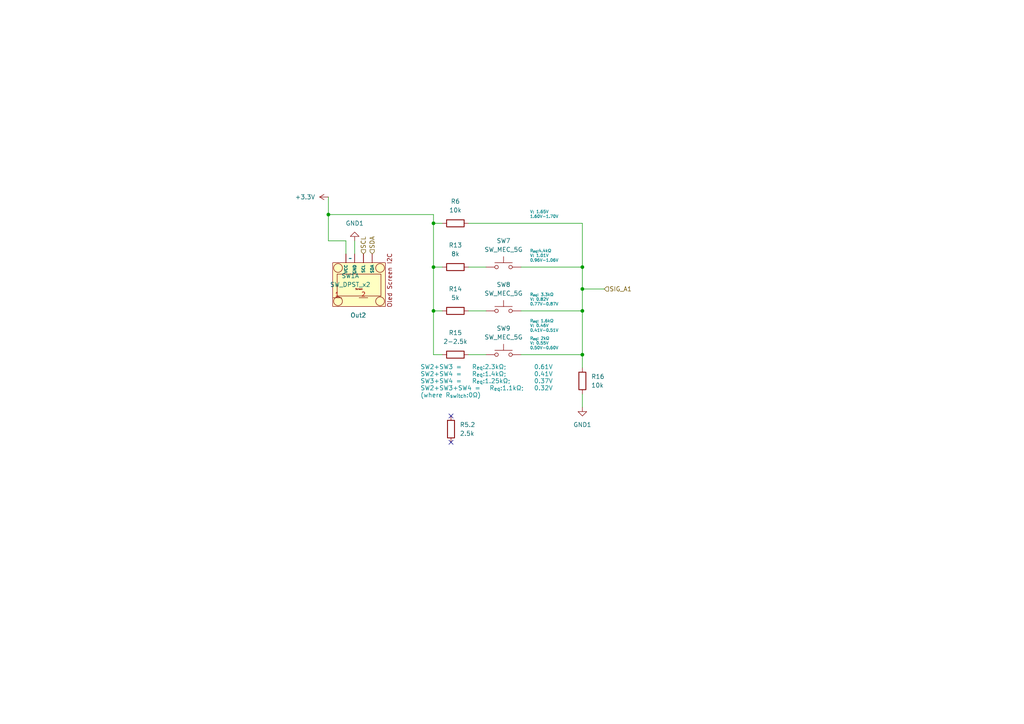
<source format=kicad_sch>
(kicad_sch (version 20230121) (generator eeschema)

  (uuid 161ae930-7fdc-4574-a0bb-9f54fea33c54)

  (paper "A4")

  (lib_symbols
    (symbol "Device:R" (pin_numbers hide) (pin_names (offset 0)) (in_bom yes) (on_board yes)
      (property "Reference" "R" (at 2.032 0 90)
        (effects (font (size 1.27 1.27)))
      )
      (property "Value" "R" (at 0 0 90)
        (effects (font (size 1.27 1.27)))
      )
      (property "Footprint" "" (at -1.778 0 90)
        (effects (font (size 1.27 1.27)) hide)
      )
      (property "Datasheet" "~" (at 0 0 0)
        (effects (font (size 1.27 1.27)) hide)
      )
      (property "ki_keywords" "R res resistor" (at 0 0 0)
        (effects (font (size 1.27 1.27)) hide)
      )
      (property "ki_description" "Resistor" (at 0 0 0)
        (effects (font (size 1.27 1.27)) hide)
      )
      (property "ki_fp_filters" "R_*" (at 0 0 0)
        (effects (font (size 1.27 1.27)) hide)
      )
      (symbol "R_0_1"
        (rectangle (start -1.016 -2.54) (end 1.016 2.54)
          (stroke (width 0.254) (type default))
          (fill (type none))
        )
      )
      (symbol "R_1_1"
        (pin passive line (at 0 3.81 270) (length 1.27)
          (name "~" (effects (font (size 1.27 1.27))))
          (number "1" (effects (font (size 1.27 1.27))))
        )
        (pin passive line (at 0 -3.81 90) (length 1.27)
          (name "~" (effects (font (size 1.27 1.27))))
          (number "2" (effects (font (size 1.27 1.27))))
        )
      )
    )
    (symbol "Objects:Oled_Screen_I2C" (in_bom yes) (on_board yes)
      (property "Reference" "Out" (at 0 13.97 0)
        (effects (font (size 1.27 1.27)))
      )
      (property "Value" "" (at -2.54 6.35 0)
        (effects (font (size 1.27 1.27)))
      )
      (property "Footprint" "" (at -2.54 6.35 0)
        (effects (font (size 1.27 1.27)) hide)
      )
      (property "Datasheet" "" (at -2.54 6.35 0)
        (effects (font (size 1.27 1.27)) hide)
      )
      (symbol "Oled_Screen_I2C_1_1"
        (rectangle (start -7.62 5.08) (end 7.62 -7.62)
          (stroke (width 0) (type default))
          (fill (type background))
        )
        (rectangle (start -6.35 1.778) (end 6.35 -4.572)
          (stroke (width 0) (type default))
          (fill (type none))
        )
        (circle (center -6.096 -6.096) (radius 1.27)
          (stroke (width 0) (type default))
          (fill (type none))
        )
        (circle (center -6.096 3.556) (radius 1.27)
          (stroke (width 0) (type default))
          (fill (type none))
        )
        (circle (center 6.096 -6.096) (radius 1.27)
          (stroke (width 0) (type default))
          (fill (type none))
        )
        (circle (center 6.096 3.556) (radius 1.27)
          (stroke (width 0) (type default))
          (fill (type none))
        )
        (text "Oled Screen I2C" (at 8.89 0 900)
          (effects (font (size 1.27 1.27)))
        )
        (text "Screen" (at 0 -2.54 0)
          (effects (font (size 0.4233 0.4233)))
        )
        (pin passive line (at -1.27 7.62 270) (length 2.54)
          (name "GND" (effects (font (size 0.8467 0.8467))))
          (number "" (effects (font (size 0.8467 0.8467))))
        )
        (pin bidirectional line (at 1.27 7.62 270) (length 2.54)
          (name "SCL" (effects (font (size 0.8467 0.8467))))
          (number "" (effects (font (size 0.8467 0.8467))))
        )
        (pin bidirectional line (at 3.81 7.62 270) (length 2.54)
          (name "SDA" (effects (font (size 0.8467 0.8467))))
          (number "" (effects (font (size 0.8467 0.8467))))
        )
        (pin passive line (at -3.81 7.62 270) (length 2.54)
          (name "VCC" (effects (font (size 0.8467 0.8467))))
          (number "" (effects (font (size 0.8467 0.8467))))
        )
      )
    )
    (symbol "Switch:SW_DPST_x2" (pin_names (offset 0) hide) (in_bom yes) (on_board yes)
      (property "Reference" "SW" (at 0 3.175 0)
        (effects (font (size 1.27 1.27)))
      )
      (property "Value" "SW_DPST_x2" (at 0 -2.54 0)
        (effects (font (size 1.27 1.27)))
      )
      (property "Footprint" "" (at 0 0 0)
        (effects (font (size 1.27 1.27)) hide)
      )
      (property "Datasheet" "~" (at 0 0 0)
        (effects (font (size 1.27 1.27)) hide)
      )
      (property "ki_keywords" "switch lever" (at 0 0 0)
        (effects (font (size 1.27 1.27)) hide)
      )
      (property "ki_description" "Single Pole Single Throw (SPST) switch, separate symbol" (at 0 0 0)
        (effects (font (size 1.27 1.27)) hide)
      )
      (symbol "SW_DPST_x2_0_0"
        (circle (center -2.032 0) (radius 0.508)
          (stroke (width 0) (type default))
          (fill (type none))
        )
        (polyline
          (pts
            (xy -1.524 0.254)
            (xy 1.524 1.778)
          )
          (stroke (width 0) (type default))
          (fill (type none))
        )
        (circle (center 2.032 0) (radius 0.508)
          (stroke (width 0) (type default))
          (fill (type none))
        )
      )
      (symbol "SW_DPST_x2_1_1"
        (pin passive line (at -5.08 0 0) (length 2.54)
          (name "A" (effects (font (size 1.27 1.27))))
          (number "1" (effects (font (size 1.27 1.27))))
        )
        (pin passive line (at 5.08 0 180) (length 2.54)
          (name "B" (effects (font (size 1.27 1.27))))
          (number "2" (effects (font (size 1.27 1.27))))
        )
      )
      (symbol "SW_DPST_x2_2_1"
        (pin passive line (at -5.08 0 0) (length 2.54)
          (name "A" (effects (font (size 1.27 1.27))))
          (number "3" (effects (font (size 1.27 1.27))))
        )
        (pin passive line (at 5.08 0 180) (length 2.54)
          (name "B" (effects (font (size 1.27 1.27))))
          (number "4" (effects (font (size 1.27 1.27))))
        )
      )
    )
    (symbol "Switch:SW_MEC_5G" (pin_numbers hide) (pin_names (offset 1.016) hide) (in_bom yes) (on_board yes)
      (property "Reference" "SW" (at 1.27 2.54 0)
        (effects (font (size 1.27 1.27)) (justify left))
      )
      (property "Value" "SW_MEC_5G" (at 0 -1.524 0)
        (effects (font (size 1.27 1.27)))
      )
      (property "Footprint" "" (at 0 5.08 0)
        (effects (font (size 1.27 1.27)) hide)
      )
      (property "Datasheet" "http://www.apem.com/int/index.php?controller=attachment&id_attachment=488" (at 0 5.08 0)
        (effects (font (size 1.27 1.27)) hide)
      )
      (property "ki_keywords" "switch normally-open pushbutton push-button" (at 0 0 0)
        (effects (font (size 1.27 1.27)) hide)
      )
      (property "ki_description" "MEC 5G single pole normally-open tactile switch" (at 0 0 0)
        (effects (font (size 1.27 1.27)) hide)
      )
      (property "ki_fp_filters" "SW*MEC*5G*" (at 0 0 0)
        (effects (font (size 1.27 1.27)) hide)
      )
      (symbol "SW_MEC_5G_0_1"
        (circle (center -2.032 0) (radius 0.508)
          (stroke (width 0) (type default))
          (fill (type none))
        )
        (polyline
          (pts
            (xy 0 1.27)
            (xy 0 3.048)
          )
          (stroke (width 0) (type default))
          (fill (type none))
        )
        (polyline
          (pts
            (xy 2.54 1.27)
            (xy -2.54 1.27)
          )
          (stroke (width 0) (type default))
          (fill (type none))
        )
        (circle (center 2.032 0) (radius 0.508)
          (stroke (width 0) (type default))
          (fill (type none))
        )
        (pin passive line (at -5.08 0 0) (length 2.54)
          (name "A" (effects (font (size 1.27 1.27))))
          (number "1" (effects (font (size 1.27 1.27))))
        )
        (pin passive line (at 5.08 0 180) (length 2.54)
          (name "B" (effects (font (size 1.27 1.27))))
          (number "3" (effects (font (size 1.27 1.27))))
        )
      )
      (symbol "SW_MEC_5G_1_1"
        (pin passive line (at -5.08 0 0) (length 2.54) hide
          (name "A" (effects (font (size 1.27 1.27))))
          (number "2" (effects (font (size 1.27 1.27))))
        )
        (pin passive line (at 5.08 0 180) (length 2.54) hide
          (name "B" (effects (font (size 1.27 1.27))))
          (number "4" (effects (font (size 1.27 1.27))))
        )
      )
    )
    (symbol "power:+3.3V" (power) (pin_names (offset 0)) (in_bom yes) (on_board yes)
      (property "Reference" "#PWR" (at 0 -3.81 0)
        (effects (font (size 1.27 1.27)) hide)
      )
      (property "Value" "+3.3V" (at 0 3.556 0)
        (effects (font (size 1.27 1.27)))
      )
      (property "Footprint" "" (at 0 0 0)
        (effects (font (size 1.27 1.27)) hide)
      )
      (property "Datasheet" "" (at 0 0 0)
        (effects (font (size 1.27 1.27)) hide)
      )
      (property "ki_keywords" "global power" (at 0 0 0)
        (effects (font (size 1.27 1.27)) hide)
      )
      (property "ki_description" "Power symbol creates a global label with name \"+3.3V\"" (at 0 0 0)
        (effects (font (size 1.27 1.27)) hide)
      )
      (symbol "+3.3V_0_1"
        (polyline
          (pts
            (xy -0.762 1.27)
            (xy 0 2.54)
          )
          (stroke (width 0) (type default))
          (fill (type none))
        )
        (polyline
          (pts
            (xy 0 0)
            (xy 0 2.54)
          )
          (stroke (width 0) (type default))
          (fill (type none))
        )
        (polyline
          (pts
            (xy 0 2.54)
            (xy 0.762 1.27)
          )
          (stroke (width 0) (type default))
          (fill (type none))
        )
      )
      (symbol "+3.3V_1_1"
        (pin power_in line (at 0 0 90) (length 0) hide
          (name "+3.3V" (effects (font (size 1.27 1.27))))
          (number "1" (effects (font (size 1.27 1.27))))
        )
      )
    )
    (symbol "power:GND1" (power) (pin_names (offset 0)) (in_bom yes) (on_board yes)
      (property "Reference" "#PWR" (at 0 -6.35 0)
        (effects (font (size 1.27 1.27)) hide)
      )
      (property "Value" "GND1" (at 0 -3.81 0)
        (effects (font (size 1.27 1.27)))
      )
      (property "Footprint" "" (at 0 0 0)
        (effects (font (size 1.27 1.27)) hide)
      )
      (property "Datasheet" "" (at 0 0 0)
        (effects (font (size 1.27 1.27)) hide)
      )
      (property "ki_keywords" "global power" (at 0 0 0)
        (effects (font (size 1.27 1.27)) hide)
      )
      (property "ki_description" "Power symbol creates a global label with name \"GND1\" , ground" (at 0 0 0)
        (effects (font (size 1.27 1.27)) hide)
      )
      (symbol "GND1_0_1"
        (polyline
          (pts
            (xy 0 0)
            (xy 0 -1.27)
            (xy 1.27 -1.27)
            (xy 0 -2.54)
            (xy -1.27 -1.27)
            (xy 0 -1.27)
          )
          (stroke (width 0) (type default))
          (fill (type none))
        )
      )
      (symbol "GND1_1_1"
        (pin power_in line (at 0 0 270) (length 0) hide
          (name "GND1" (effects (font (size 1.27 1.27))))
          (number "1" (effects (font (size 1.27 1.27))))
        )
      )
    )
  )

  (junction (at 125.73 77.47) (diameter 0) (color 0 0 0 0)
    (uuid 58665459-0068-4e7f-9789-5abec2c28888)
  )
  (junction (at 125.73 90.17) (diameter 0) (color 0 0 0 0)
    (uuid 5875e619-ab70-444c-aaa3-d3a5d01dfb0a)
  )
  (junction (at 168.91 90.17) (diameter 0) (color 0 0 0 0)
    (uuid 6f8d3e6f-dac6-4ab3-9394-f414a472f6c0)
  )
  (junction (at 168.91 77.47) (diameter 0) (color 0 0 0 0)
    (uuid 97227a06-83a4-47f3-9fae-01cb17ae594a)
  )
  (junction (at 95.25 62.23) (diameter 0) (color 0 0 0 0)
    (uuid 9d057f04-35bc-4794-9970-1565da82ffc2)
  )
  (junction (at 168.91 83.82) (diameter 0) (color 0 0 0 0)
    (uuid c78184ad-f72c-4870-8d9e-5658405cc396)
  )
  (junction (at 125.73 64.77) (diameter 0) (color 0 0 0 0)
    (uuid cddefe99-c378-46f3-9e0c-095484a3a995)
  )
  (junction (at 168.91 102.87) (diameter 0) (color 0 0 0 0)
    (uuid e6da0eeb-a010-4fbf-a51a-ec273fb6c8c8)
  )

  (no_connect (at 130.81 128.27) (uuid a47a3963-7eef-4275-b670-e8c1035398b8))
  (no_connect (at 130.81 120.65) (uuid b8e26468-4bb2-4ef9-8f3f-b70edb2a7f64))

  (wire (pts (xy 151.13 90.17) (xy 168.91 90.17))
    (stroke (width 0) (type default))
    (uuid 15c21b92-3138-445e-8944-5457c1aa474a)
  )
  (wire (pts (xy 125.73 90.17) (xy 128.27 90.17))
    (stroke (width 0) (type default))
    (uuid 2c88c818-c828-4b25-9062-24f5ac0ac7b5)
  )
  (wire (pts (xy 102.87 69.85) (xy 102.87 73.66))
    (stroke (width 0) (type default))
    (uuid 33ea9733-ffb5-420a-aada-26ac6908f84c)
  )
  (wire (pts (xy 95.25 62.23) (xy 95.25 69.85))
    (stroke (width 0) (type default))
    (uuid 3addf986-b303-4ce7-a3b0-117c2e4608f8)
  )
  (wire (pts (xy 128.27 64.77) (xy 125.73 64.77))
    (stroke (width 0) (type default))
    (uuid 4ffe3b5d-6aa4-4287-af01-b3e8ce9a3339)
  )
  (wire (pts (xy 125.73 62.23) (xy 125.73 64.77))
    (stroke (width 0) (type default))
    (uuid 5047634e-17e7-4386-b30d-2a480720d3a1)
  )
  (wire (pts (xy 125.73 102.87) (xy 128.27 102.87))
    (stroke (width 0) (type default))
    (uuid 58545383-c8dc-4dd1-bc28-27d4feab8d2f)
  )
  (wire (pts (xy 95.25 69.85) (xy 100.33 69.85))
    (stroke (width 0) (type default))
    (uuid 5c54ead6-dff5-4246-a52c-d84365489ed7)
  )
  (wire (pts (xy 125.73 90.17) (xy 125.73 102.87))
    (stroke (width 0) (type default))
    (uuid 5d157db5-3ec3-439a-85c9-dae96750870c)
  )
  (wire (pts (xy 100.33 69.85) (xy 100.33 73.66))
    (stroke (width 0) (type default))
    (uuid 7247d483-0ede-4c42-945e-aecf61c32264)
  )
  (wire (pts (xy 125.73 77.47) (xy 125.73 90.17))
    (stroke (width 0) (type default))
    (uuid 7282f028-c84c-4a9d-8df3-82196c09c4cc)
  )
  (wire (pts (xy 151.13 102.87) (xy 168.91 102.87))
    (stroke (width 0) (type default))
    (uuid 844af3fe-a42c-4769-a4c0-68919e43b444)
  )
  (wire (pts (xy 168.91 90.17) (xy 168.91 102.87))
    (stroke (width 0) (type default))
    (uuid 8c1f1042-f98a-461b-9f2c-2b1ac39a5af2)
  )
  (wire (pts (xy 135.89 102.87) (xy 140.97 102.87))
    (stroke (width 0) (type default))
    (uuid 940a22b0-d263-48f0-b800-f7e22cdbd9c4)
  )
  (wire (pts (xy 95.25 62.23) (xy 125.73 62.23))
    (stroke (width 0) (type default))
    (uuid 976e1b26-4e67-4b40-8bc3-88d99492b543)
  )
  (wire (pts (xy 168.91 83.82) (xy 168.91 90.17))
    (stroke (width 0) (type default))
    (uuid 981bbf15-4478-46ab-8094-106e9962bd0a)
  )
  (wire (pts (xy 125.73 64.77) (xy 125.73 77.47))
    (stroke (width 0) (type default))
    (uuid 9ed5ad80-61cf-4fa2-85b4-f66e7b5dfabb)
  )
  (wire (pts (xy 135.89 90.17) (xy 140.97 90.17))
    (stroke (width 0) (type default))
    (uuid a92cbad3-4095-41bb-aef7-7a2920d01639)
  )
  (wire (pts (xy 125.73 77.47) (xy 128.27 77.47))
    (stroke (width 0) (type default))
    (uuid ae4ab15a-87b2-46b2-9348-a9f641aecbc7)
  )
  (wire (pts (xy 168.91 114.3) (xy 168.91 118.11))
    (stroke (width 0) (type default))
    (uuid b0b61d40-a6ce-469d-a706-eaf0286bb76b)
  )
  (wire (pts (xy 135.89 77.47) (xy 140.97 77.47))
    (stroke (width 0) (type default))
    (uuid b2d34764-5ea1-4bf0-8a88-ac2124a71936)
  )
  (wire (pts (xy 168.91 102.87) (xy 168.91 106.68))
    (stroke (width 0) (type default))
    (uuid ca9efc1b-6bf5-4742-9e46-6eb181c6e202)
  )
  (wire (pts (xy 135.89 64.77) (xy 168.91 64.77))
    (stroke (width 0) (type default))
    (uuid d7cb5c9b-6039-4b84-bd53-02e1f8e67607)
  )
  (wire (pts (xy 168.91 83.82) (xy 175.26 83.82))
    (stroke (width 0) (type default))
    (uuid d994f550-8961-4172-ac04-0e9d740bf994)
  )
  (wire (pts (xy 95.25 57.15) (xy 95.25 62.23))
    (stroke (width 0) (type default))
    (uuid db805190-816c-4e93-b307-914662fca2ee)
  )
  (wire (pts (xy 151.13 77.47) (xy 168.91 77.47))
    (stroke (width 0) (type default))
    (uuid df5cfb71-2226-421c-92f3-37e20102bb1a)
  )
  (wire (pts (xy 168.91 77.47) (xy 168.91 83.82))
    (stroke (width 0) (type default))
    (uuid efd1b93c-e451-4aef-9e7a-fbdf3c18c00d)
  )
  (wire (pts (xy 168.91 64.77) (xy 168.91 77.47))
    (stroke (width 0) (type default))
    (uuid f925188a-8304-4516-955b-24d3934090b2)
  )

  (text "\nV: 1.65V\n1.60V-1.70V" (at 153.67 63.5 0)
    (effects (font (size 0.8467 0.8467) (color 0 132 132 1)) (justify left bottom))
    (uuid 514d7df5-179e-44d7-92ca-4b01ca83e8f2)
  )
  (text "R_{eq}:4.4kΩ\nV: 1.01V\n0.96V-1.06V" (at 153.67 76.2 0)
    (effects (font (size 0.8467 0.8467) (color 0 132 132 1)) (justify left bottom))
    (uuid 99217303-ec03-482d-aac4-ba9a5d921abe)
  )
  (text "R_{eq}: 3.3kΩ\nV: 0.82V\n0.77V-0.87V" (at 153.67 88.9 0)
    (effects (font (size 0.8467 0.8467) (color 0 132 132 1)) (justify left bottom))
    (uuid c75b39bd-4cc2-43ad-a300-4282d0ab580c)
  )
  (text "SW2+SW3 = 	R_{eq}:2.3kΩ;		0.61V\nSW2+SW4 = 	R_{eq}:1.4kΩ;		0.41V\nSW3+SW4 = 	R_{eq}:1.25kΩ;	0.37V\nSW2+SW3+SW4 = 	R_{eq}:1.1kΩ;	0.32V\n(where R_{switch}:0Ω)"
    (at 121.92 115.57 0)
    (effects (font (size 1.27 1.27) (color 0 132 132 1)) (justify left bottom))
    (uuid ccdb5f23-df21-4514-809c-1c2c10712dec)
  )
  (text "R_{eq}: 1.6kΩ\nV: 0.46V\n0.41V-0.51V" (at 153.67 96.52 0)
    (effects (font (size 0.8467 0.8467) (color 0 132 132 1)) (justify left bottom))
    (uuid e47e4f4b-5bbc-4309-9a47-363ef21ebe4e)
  )
  (text "R_{eq}: 2kΩ\nV: 0.55V\n0.50V-0.60V" (at 153.67 101.6 0)
    (effects (font (size 0.8467 0.8467) (color 0 132 132 1)) (justify left bottom))
    (uuid fee77087-f13c-40ff-911b-0df5e517b938)
  )

  (hierarchical_label "SCL" (shape input) (at 105.41 73.66 90) (fields_autoplaced)
    (effects (font (size 1.27 1.27)) (justify left))
    (uuid 5cf6b6d9-fe66-4ebe-a566-1a0b372c63ad)
  )
  (hierarchical_label "SDA" (shape input) (at 107.95 73.66 90) (fields_autoplaced)
    (effects (font (size 1.27 1.27)) (justify left))
    (uuid 6cecfc2d-b08a-4f89-be83-5bd3d0e41b0b)
  )
  (hierarchical_label "SIG_A1" (shape input) (at 175.26 83.82 0) (fields_autoplaced)
    (effects (font (size 1.27 1.27)) (justify left))
    (uuid 8dafc055-f5bd-4996-95ad-845ca0b8bad9)
  )

  (symbol (lib_id "Device:R") (at 132.08 90.17 90) (unit 1)
    (in_bom yes) (on_board yes) (dnp no) (fields_autoplaced)
    (uuid 42f4c6d3-b787-4ccf-b796-e82c5d3400ea)
    (property "Reference" "R14" (at 132.08 83.82 90)
      (effects (font (size 1.27 1.27)))
    )
    (property "Value" "5k" (at 132.08 86.36 90)
      (effects (font (size 1.27 1.27)))
    )
    (property "Footprint" "" (at 132.08 91.948 90)
      (effects (font (size 1.27 1.27)) hide)
    )
    (property "Datasheet" "~" (at 132.08 90.17 0)
      (effects (font (size 1.27 1.27)) hide)
    )
    (pin "2" (uuid 83e2d3d1-adfc-4ae6-87bd-d15058633dc5))
    (pin "1" (uuid 8ae4f39e-d7d9-43a1-a9c9-a0ade5c7d2e1))
    (instances
      (project "KaCat1-2 wiring"
        (path "/5d2fc9f9-e9c7-40c5-b3fa-7f2393597598/f3d32866-d698-4ead-ab24-baf1d12658a7"
          (reference "R14") (unit 1)
        )
      )
    )
  )

  (symbol (lib_id "power:GND1") (at 168.91 118.11 0) (unit 1)
    (in_bom yes) (on_board yes) (dnp no)
    (uuid 45552f0b-2ff8-4ad9-b6ac-4bf51a514b6b)
    (property "Reference" "#PWR020" (at 168.91 124.46 0)
      (effects (font (size 1.27 1.27)) hide)
    )
    (property "Value" "GND1" (at 168.91 123.19 0)
      (effects (font (size 1.27 1.27)))
    )
    (property "Footprint" "" (at 168.91 118.11 0)
      (effects (font (size 1.27 1.27)) hide)
    )
    (property "Datasheet" "" (at 168.91 118.11 0)
      (effects (font (size 1.27 1.27)) hide)
    )
    (pin "1" (uuid c3741014-daf5-4c70-81af-b7087bce82a4))
    (instances
      (project "KaCat1-2 wiring"
        (path "/5d2fc9f9-e9c7-40c5-b3fa-7f2393597598/f3d32866-d698-4ead-ab24-baf1d12658a7"
          (reference "#PWR020") (unit 1)
        )
      )
    )
  )

  (symbol (lib_id "Objects:Oled_Screen_I2C") (at 104.14 81.28 0) (unit 1)
    (in_bom yes) (on_board yes) (dnp no)
    (uuid 536a077d-6aa6-4c61-ab84-0e96ab3237fb)
    (property "Reference" "Out2" (at 101.6 91.44 0)
      (effects (font (size 1.27 1.27)) (justify left))
    )
    (property "Value" "~" (at 101.6 74.93 0)
      (effects (font (size 1.27 1.27)))
    )
    (property "Footprint" "" (at 101.6 74.93 0)
      (effects (font (size 1.27 1.27)) hide)
    )
    (property "Datasheet" "" (at 101.6 74.93 0)
      (effects (font (size 1.27 1.27)) hide)
    )
    (pin "" (uuid 94091596-ac18-446f-9fe2-9359bf9944aa))
    (pin "" (uuid 58fb02de-4e63-4f93-8e19-94ec3c0a6c6a))
    (pin "" (uuid 1d00a086-539d-46b5-9741-2cee5e54f2c8))
    (pin "" (uuid 3f503d0a-ede9-403a-abf5-5e594da92087))
    (instances
      (project "KaCat1-2 wiring"
        (path "/5d2fc9f9-e9c7-40c5-b3fa-7f2393597598/f3d32866-d698-4ead-ab24-baf1d12658a7"
          (reference "Out2") (unit 1)
        )
      )
    )
  )

  (symbol (lib_id "power:+3.3V") (at 95.25 57.15 90) (unit 1)
    (in_bom yes) (on_board yes) (dnp no) (fields_autoplaced)
    (uuid 61b288b3-b05e-4a1c-ba65-ef99fa9faba8)
    (property "Reference" "#PWR015" (at 99.06 57.15 0)
      (effects (font (size 1.27 1.27)) hide)
    )
    (property "Value" "+3.3V" (at 91.44 57.15 90)
      (effects (font (size 1.27 1.27)) (justify left))
    )
    (property "Footprint" "" (at 95.25 57.15 0)
      (effects (font (size 1.27 1.27)) hide)
    )
    (property "Datasheet" "" (at 95.25 57.15 0)
      (effects (font (size 1.27 1.27)) hide)
    )
    (pin "1" (uuid bd1ba14c-85cf-4c89-b945-c2a5a17d1c0f))
    (instances
      (project "KaCat1-2 wiring"
        (path "/5d2fc9f9-e9c7-40c5-b3fa-7f2393597598/f3d32866-d698-4ead-ab24-baf1d12658a7"
          (reference "#PWR015") (unit 1)
        )
      )
    )
  )

  (symbol (lib_id "Switch:SW_DPST_x2") (at 101.6 86.36 0) (unit 1)
    (in_bom yes) (on_board yes) (dnp no) (fields_autoplaced)
    (uuid 77ea3c18-0b0a-425e-9399-31ad20cf2a46)
    (property "Reference" "SW1" (at 101.6 80.01 0)
      (effects (font (size 1.27 1.27)))
    )
    (property "Value" "SW_DPST_x2" (at 101.6 82.55 0)
      (effects (font (size 1.27 1.27)))
    )
    (property "Footprint" "" (at 101.6 86.36 0)
      (effects (font (size 1.27 1.27)) hide)
    )
    (property "Datasheet" "~" (at 101.6 86.36 0)
      (effects (font (size 1.27 1.27)) hide)
    )
    (pin "4" (uuid dc7cb818-64ce-4069-a3a8-2fa4bd94afb8))
    (pin "1" (uuid 3d7f2e9c-076e-43a6-a8de-bb080054b964))
    (pin "3" (uuid 1ee42293-3b1b-46a7-8148-1c47ea8b68f6))
    (pin "2" (uuid 078cfef1-2f99-4931-9373-5126d1551971))
    (instances
      (project "KaCat1-2 wiring"
        (path "/5d2fc9f9-e9c7-40c5-b3fa-7f2393597598/f3d32866-d698-4ead-ab24-baf1d12658a7"
          (reference "SW1") (unit 1)
        )
      )
    )
  )

  (symbol (lib_id "Switch:SW_MEC_5G") (at 146.05 90.17 0) (unit 1)
    (in_bom yes) (on_board yes) (dnp no) (fields_autoplaced)
    (uuid 78a367de-3105-4d1f-9d28-fd4d1acefc21)
    (property "Reference" "SW8" (at 146.05 82.55 0)
      (effects (font (size 1.27 1.27)))
    )
    (property "Value" "SW_MEC_5G" (at 146.05 85.09 0)
      (effects (font (size 1.27 1.27)))
    )
    (property "Footprint" "" (at 146.05 85.09 0)
      (effects (font (size 1.27 1.27)) hide)
    )
    (property "Datasheet" "http://www.apem.com/int/index.php?controller=attachment&id_attachment=488" (at 146.05 85.09 0)
      (effects (font (size 1.27 1.27)) hide)
    )
    (pin "3" (uuid d4ba28df-60f5-44bc-99ab-44a24333d2b0))
    (pin "2" (uuid 458aaa26-914b-423f-9b3e-23749505c328))
    (pin "4" (uuid 8b3ee242-e020-4dd7-b5fe-51ce891276aa))
    (pin "1" (uuid 2cb2e828-5198-41da-b8e1-4545b5bf6294))
    (instances
      (project "KaCat1-2 wiring"
        (path "/5d2fc9f9-e9c7-40c5-b3fa-7f2393597598/f3d32866-d698-4ead-ab24-baf1d12658a7"
          (reference "SW8") (unit 1)
        )
      )
    )
  )

  (symbol (lib_id "Device:R") (at 132.08 102.87 90) (unit 1)
    (in_bom yes) (on_board yes) (dnp no) (fields_autoplaced)
    (uuid 994e6ead-cba3-47b7-9819-e5dcfc26f6b6)
    (property "Reference" "R15" (at 132.08 96.52 90)
      (effects (font (size 1.27 1.27)))
    )
    (property "Value" "2-2.5k" (at 132.08 99.06 90)
      (effects (font (size 1.27 1.27)))
    )
    (property "Footprint" "" (at 132.08 104.648 90)
      (effects (font (size 1.27 1.27)) hide)
    )
    (property "Datasheet" "~" (at 132.08 102.87 0)
      (effects (font (size 1.27 1.27)) hide)
    )
    (pin "2" (uuid a966004e-191c-45ee-81ba-6bd62fd48d06))
    (pin "1" (uuid aaade08a-6f6a-40fc-b46a-8554fb50b900))
    (instances
      (project "KaCat1-2 wiring"
        (path "/5d2fc9f9-e9c7-40c5-b3fa-7f2393597598/f3d32866-d698-4ead-ab24-baf1d12658a7"
          (reference "R15") (unit 1)
        )
      )
    )
  )

  (symbol (lib_id "Device:R") (at 130.81 124.46 0) (unit 1)
    (in_bom no) (on_board no) (dnp no) (fields_autoplaced)
    (uuid a02f851e-e446-4079-8406-336cd3ace237)
    (property "Reference" "R5.2" (at 133.35 123.19 0)
      (effects (font (size 1.27 1.27)) (justify left))
    )
    (property "Value" "2.5k" (at 133.35 125.73 0)
      (effects (font (size 1.27 1.27)) (justify left))
    )
    (property "Footprint" "" (at 129.032 124.46 90)
      (effects (font (size 1.27 1.27)) hide)
    )
    (property "Datasheet" "~" (at 130.81 124.46 0)
      (effects (font (size 1.27 1.27)) hide)
    )
    (property "Sim.Enable" "0" (at 130.81 124.46 0)
      (effects (font (size 1.27 1.27)) hide)
    )
    (pin "1" (uuid 8f29809b-e258-4fa0-bf46-a4b0a7662f1b))
    (pin "2" (uuid 067d0292-6808-4990-bdf7-55055a97b05d))
    (instances
      (project "KaCat1-2 wiring"
        (path "/5d2fc9f9-e9c7-40c5-b3fa-7f2393597598/f3d32866-d698-4ead-ab24-baf1d12658a7"
          (reference "R5.2") (unit 1)
        )
      )
    )
  )

  (symbol (lib_id "Device:R") (at 168.91 110.49 0) (unit 1)
    (in_bom yes) (on_board yes) (dnp no) (fields_autoplaced)
    (uuid ac161bcf-086f-46c1-9188-e07773349d92)
    (property "Reference" "R16" (at 171.45 109.22 0)
      (effects (font (size 1.27 1.27)) (justify left))
    )
    (property "Value" "10k" (at 171.45 111.76 0)
      (effects (font (size 1.27 1.27)) (justify left))
    )
    (property "Footprint" "" (at 167.132 110.49 90)
      (effects (font (size 1.27 1.27)) hide)
    )
    (property "Datasheet" "~" (at 168.91 110.49 0)
      (effects (font (size 1.27 1.27)) hide)
    )
    (pin "1" (uuid edb2cac9-280f-4de6-b946-53492d4a7738))
    (pin "2" (uuid 49f38614-b4d4-4ef4-9590-f6c974d32db9))
    (instances
      (project "KaCat1-2 wiring"
        (path "/5d2fc9f9-e9c7-40c5-b3fa-7f2393597598/f3d32866-d698-4ead-ab24-baf1d12658a7"
          (reference "R16") (unit 1)
        )
      )
    )
  )

  (symbol (lib_id "Device:R") (at 132.08 64.77 90) (unit 1)
    (in_bom yes) (on_board yes) (dnp no) (fields_autoplaced)
    (uuid ac38f0c0-18e5-4b3a-a568-7b3577a2e659)
    (property "Reference" "R6" (at 132.08 58.42 90)
      (effects (font (size 1.27 1.27)))
    )
    (property "Value" "10k" (at 132.08 60.96 90)
      (effects (font (size 1.27 1.27)))
    )
    (property "Footprint" "" (at 132.08 66.548 90)
      (effects (font (size 1.27 1.27)) hide)
    )
    (property "Datasheet" "~" (at 132.08 64.77 0)
      (effects (font (size 1.27 1.27)) hide)
    )
    (pin "2" (uuid 40aaca8a-1a89-46d3-9341-ca62cecee2d0))
    (pin "1" (uuid 00c33b48-cbf5-46b2-9059-4ae6573cff43))
    (instances
      (project "KaCat1-2 wiring"
        (path "/5d2fc9f9-e9c7-40c5-b3fa-7f2393597598/f3d32866-d698-4ead-ab24-baf1d12658a7"
          (reference "R6") (unit 1)
        )
      )
    )
  )

  (symbol (lib_id "Switch:SW_MEC_5G") (at 146.05 77.47 0) (unit 1)
    (in_bom yes) (on_board yes) (dnp no) (fields_autoplaced)
    (uuid c487507c-311c-4cde-acdd-ee61980c1f71)
    (property "Reference" "SW7" (at 146.05 69.85 0)
      (effects (font (size 1.27 1.27)))
    )
    (property "Value" "SW_MEC_5G" (at 146.05 72.39 0)
      (effects (font (size 1.27 1.27)))
    )
    (property "Footprint" "" (at 146.05 72.39 0)
      (effects (font (size 1.27 1.27)) hide)
    )
    (property "Datasheet" "http://www.apem.com/int/index.php?controller=attachment&id_attachment=488" (at 146.05 72.39 0)
      (effects (font (size 1.27 1.27)) hide)
    )
    (pin "3" (uuid f2e365dc-a771-4bd8-ab81-13e22b3caa94))
    (pin "2" (uuid a43a7069-ffc5-405d-a542-c05634bdaee2))
    (pin "4" (uuid 19249dcd-6a85-4dd9-a4ef-a0684bfd2f60))
    (pin "1" (uuid da4e93cd-b79f-48ea-a441-034432aea5a0))
    (instances
      (project "KaCat1-2 wiring"
        (path "/5d2fc9f9-e9c7-40c5-b3fa-7f2393597598/f3d32866-d698-4ead-ab24-baf1d12658a7"
          (reference "SW7") (unit 1)
        )
      )
    )
  )

  (symbol (lib_id "Device:R") (at 132.08 77.47 90) (unit 1)
    (in_bom yes) (on_board yes) (dnp no) (fields_autoplaced)
    (uuid eb32551f-bd8d-44e3-a138-de3bf31b404f)
    (property "Reference" "R13" (at 132.08 71.12 90)
      (effects (font (size 1.27 1.27)))
    )
    (property "Value" "8k" (at 132.08 73.66 90)
      (effects (font (size 1.27 1.27)))
    )
    (property "Footprint" "" (at 132.08 79.248 90)
      (effects (font (size 1.27 1.27)) hide)
    )
    (property "Datasheet" "~" (at 132.08 77.47 0)
      (effects (font (size 1.27 1.27)) hide)
    )
    (pin "2" (uuid 3ec75fca-158e-4930-b7df-7e258ad4419e))
    (pin "1" (uuid 0bf01847-eff1-45c3-880b-f8ca145e88c2))
    (instances
      (project "KaCat1-2 wiring"
        (path "/5d2fc9f9-e9c7-40c5-b3fa-7f2393597598/f3d32866-d698-4ead-ab24-baf1d12658a7"
          (reference "R13") (unit 1)
        )
      )
    )
  )

  (symbol (lib_id "power:GND1") (at 102.87 69.85 0) (mirror x) (unit 1)
    (in_bom yes) (on_board yes) (dnp no) (fields_autoplaced)
    (uuid f2c2045f-fcf4-43cd-a5c0-726d0d344a14)
    (property "Reference" "#PWR016" (at 102.87 63.5 0)
      (effects (font (size 1.27 1.27)) hide)
    )
    (property "Value" "GND1" (at 102.87 64.77 0)
      (effects (font (size 1.27 1.27)))
    )
    (property "Footprint" "" (at 102.87 69.85 0)
      (effects (font (size 1.27 1.27)) hide)
    )
    (property "Datasheet" "" (at 102.87 69.85 0)
      (effects (font (size 1.27 1.27)) hide)
    )
    (pin "1" (uuid 3d9f6980-76e8-4db4-a23c-6de9f43a9e6c))
    (instances
      (project "KaCat1-2 wiring"
        (path "/5d2fc9f9-e9c7-40c5-b3fa-7f2393597598/f3d32866-d698-4ead-ab24-baf1d12658a7"
          (reference "#PWR016") (unit 1)
        )
      )
    )
  )

  (symbol (lib_id "Switch:SW_MEC_5G") (at 146.05 102.87 0) (unit 1)
    (in_bom yes) (on_board yes) (dnp no) (fields_autoplaced)
    (uuid f71387df-d8aa-4e8f-b576-79e3874b688c)
    (property "Reference" "SW9" (at 146.05 95.25 0)
      (effects (font (size 1.27 1.27)))
    )
    (property "Value" "SW_MEC_5G" (at 146.05 97.79 0)
      (effects (font (size 1.27 1.27)))
    )
    (property "Footprint" "" (at 146.05 97.79 0)
      (effects (font (size 1.27 1.27)) hide)
    )
    (property "Datasheet" "http://www.apem.com/int/index.php?controller=attachment&id_attachment=488" (at 146.05 97.79 0)
      (effects (font (size 1.27 1.27)) hide)
    )
    (pin "3" (uuid dc425a82-833e-4bde-bf88-2fa17a203e9b))
    (pin "2" (uuid 6addb788-3d54-4f0e-a9fe-0ad0baadfa4d))
    (pin "4" (uuid 99dc6965-68ed-49ee-96bf-9ad96131042d))
    (pin "1" (uuid 2d9d4e1e-0337-437c-84e5-29c885af18f0))
    (instances
      (project "KaCat1-2 wiring"
        (path "/5d2fc9f9-e9c7-40c5-b3fa-7f2393597598/f3d32866-d698-4ead-ab24-baf1d12658a7"
          (reference "SW9") (unit 1)
        )
      )
    )
  )
)

</source>
